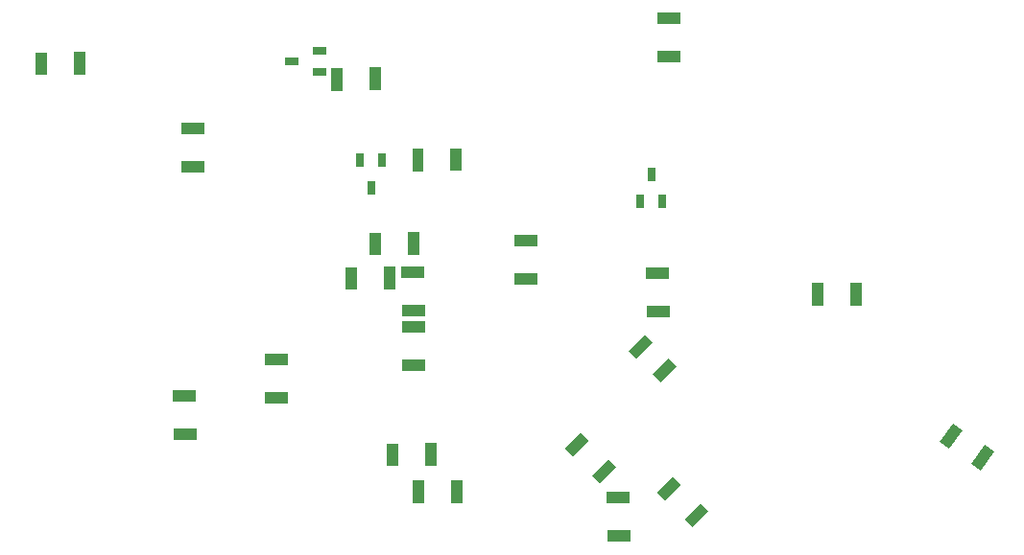
<source format=gbr>
%FSLAX34Y34*%
%MOMM*%
%LNSMDMASK_TOP*%
G71*
G01*
%ADD10R, 2.00X1.00*%
%ADD11R, 1.00X2.00*%
%ADD12R, 0.80X1.30*%
%ADD13R, 1.30X0.80*%
%LPD*%
G36*
X575475Y-395596D02*
X568404Y-388525D01*
X582546Y-374382D01*
X589617Y-381453D01*
X575475Y-395596D01*
G37*
G36*
X553979Y-374665D02*
X546908Y-367594D01*
X561050Y-353452D01*
X568121Y-360523D01*
X553979Y-374665D01*
G37*
X357192Y-346978D02*
G54D10*
D03*
X357692Y-380778D02*
G54D10*
D03*
X713483Y-318143D02*
G54D11*
D03*
G36*
X742283Y-307643D02*
X752283Y-307643D01*
X752283Y-327643D01*
X742283Y-327643D01*
X742283Y-307643D01*
G37*
X573225Y-332760D02*
G54D10*
D03*
X572725Y-298960D02*
G54D10*
D03*
X557277Y-236175D02*
G54D12*
D03*
X576399Y-236098D02*
G54D12*
D03*
X566886Y-212015D02*
G54D12*
D03*
X274281Y-121827D02*
G54D13*
D03*
X274204Y-102704D02*
G54D13*
D03*
X250120Y-112218D02*
G54D13*
D03*
G36*
X284536Y-118137D02*
X294536Y-118137D01*
X294536Y-138137D01*
X284536Y-138137D01*
X284536Y-118137D01*
G37*
G36*
X318336Y-117637D02*
X328336Y-117637D01*
X328336Y-137637D01*
X318336Y-137637D01*
X318336Y-117637D01*
G37*
X356572Y-298379D02*
G54D10*
D03*
X357072Y-332179D02*
G54D10*
D03*
X395069Y-491958D02*
G54D11*
D03*
X361269Y-492458D02*
G54D11*
D03*
G36*
X586179Y-478879D02*
X593250Y-485950D01*
X579108Y-500092D01*
X572037Y-493021D01*
X586179Y-478879D01*
G37*
G36*
X610432Y-502426D02*
X617504Y-509496D01*
X603362Y-523639D01*
X596291Y-516568D01*
X610432Y-502426D01*
G37*
G36*
X857810Y-473288D02*
X849619Y-467552D01*
X861090Y-451169D01*
X869282Y-456905D01*
X857810Y-473288D01*
G37*
G36*
X829836Y-454311D02*
X821645Y-448575D01*
X833116Y-432192D01*
X841308Y-437928D01*
X829836Y-454311D01*
G37*
G36*
X504694Y-440064D02*
X511765Y-447135D01*
X497623Y-461277D01*
X490552Y-454206D01*
X504694Y-440064D01*
G37*
G36*
X528947Y-463611D02*
X536019Y-470682D01*
X521877Y-484824D01*
X514806Y-477754D01*
X528947Y-463611D01*
G37*
X538298Y-531486D02*
G54D10*
D03*
X537798Y-497686D02*
G54D10*
D03*
X456082Y-270544D02*
G54D10*
D03*
X456582Y-304344D02*
G54D10*
D03*
X582869Y-108111D02*
G54D10*
D03*
X582369Y-74311D02*
G54D10*
D03*
X236465Y-408898D02*
G54D10*
D03*
X235965Y-375098D02*
G54D10*
D03*
X162304Y-171682D02*
G54D10*
D03*
X162804Y-205482D02*
G54D10*
D03*
G36*
X318186Y-263328D02*
X328186Y-263328D01*
X328186Y-283328D01*
X318186Y-283328D01*
X318186Y-263328D01*
G37*
G36*
X351986Y-262828D02*
X361986Y-262828D01*
X361986Y-282828D01*
X351986Y-282828D01*
X351986Y-262828D01*
G37*
G36*
X297019Y-293788D02*
X307019Y-293788D01*
X307019Y-313788D01*
X297019Y-313788D01*
X297019Y-293788D01*
G37*
G36*
X330819Y-293288D02*
X340819Y-293288D01*
X340819Y-313288D01*
X330819Y-313288D01*
X330819Y-293288D01*
G37*
G36*
X333827Y-449790D02*
X343827Y-449790D01*
X343828Y-469790D01*
X333828Y-469790D01*
X333827Y-449790D01*
G37*
G36*
X367627Y-449290D02*
X377627Y-449290D01*
X377628Y-469290D01*
X367628Y-469290D01*
X367627Y-449290D01*
G37*
G36*
X23905Y-104406D02*
X33905Y-104406D01*
X33905Y-124406D01*
X23905Y-124406D01*
X23905Y-104406D01*
G37*
G36*
X57705Y-103906D02*
X67705Y-103906D01*
X67705Y-123906D01*
X57705Y-123906D01*
X57705Y-103906D01*
G37*
X155407Y-441550D02*
G54D10*
D03*
X154907Y-407750D02*
G54D10*
D03*
X329364Y-199495D02*
G54D12*
D03*
X310242Y-199572D02*
G54D12*
D03*
X319755Y-223655D02*
G54D12*
D03*
G36*
X356052Y-189440D02*
X366052Y-189440D01*
X366053Y-209440D01*
X356053Y-209440D01*
X356052Y-189440D01*
G37*
G36*
X389852Y-188940D02*
X399852Y-188940D01*
X399853Y-208940D01*
X389853Y-208940D01*
X389852Y-188940D01*
G37*
M02*

</source>
